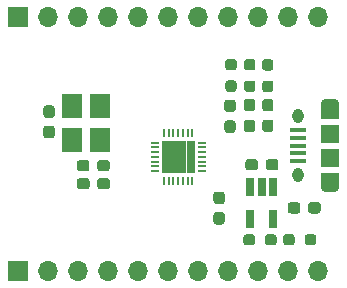
<source format=gbr>
%TF.GenerationSoftware,KiCad,Pcbnew,5.1.7-a382d34a8~87~ubuntu20.04.1*%
%TF.CreationDate,2020-11-25T21:12:42+01:00*%
%TF.ProjectId,gd32f150,67643332-6631-4353-902e-6b696361645f,rev?*%
%TF.SameCoordinates,Original*%
%TF.FileFunction,Soldermask,Top*%
%TF.FilePolarity,Negative*%
%FSLAX46Y46*%
G04 Gerber Fmt 4.6, Leading zero omitted, Abs format (unit mm)*
G04 Created by KiCad (PCBNEW 5.1.7-a382d34a8~87~ubuntu20.04.1) date 2020-11-25 21:12:42*
%MOMM*%
%LPD*%
G01*
G04 APERTURE LIST*
%ADD10O,1.700000X1.700000*%
%ADD11R,1.700000X1.700000*%
%ADD12R,0.650000X1.560000*%
%ADD13R,0.700000X0.700000*%
%ADD14R,0.200000X0.800000*%
%ADD15R,0.800000X0.200000*%
%ADD16O,1.550000X0.890000*%
%ADD17R,1.550000X1.200000*%
%ADD18R,1.550000X1.500000*%
%ADD19O,0.950000X1.250000*%
%ADD20R,1.350000X0.400000*%
%ADD21R,1.800000X2.100000*%
G04 APERTURE END LIST*
D10*
%TO.C,J4*%
X168725000Y-84350000D03*
X166185000Y-84350000D03*
X163645000Y-84350000D03*
X161105000Y-84350000D03*
X158565000Y-84350000D03*
X156025000Y-84350000D03*
X153485000Y-84350000D03*
X150945000Y-84350000D03*
X148405000Y-84350000D03*
X145865000Y-84350000D03*
D11*
X143325000Y-84350000D03*
%TD*%
D10*
%TO.C,J3*%
X168725000Y-105900000D03*
X166185000Y-105900000D03*
X163645000Y-105900000D03*
X161105000Y-105900000D03*
X158565000Y-105900000D03*
X156025000Y-105900000D03*
X153485000Y-105900000D03*
X150945000Y-105900000D03*
X148405000Y-105900000D03*
X145865000Y-105900000D03*
D11*
X143325000Y-105900000D03*
%TD*%
%TO.C,R5*%
G36*
G01*
X163362500Y-103012500D02*
X163362500Y-103487500D01*
G75*
G02*
X163125000Y-103725000I-237500J0D01*
G01*
X162625000Y-103725000D01*
G75*
G02*
X162387500Y-103487500I0J237500D01*
G01*
X162387500Y-103012500D01*
G75*
G02*
X162625000Y-102775000I237500J0D01*
G01*
X163125000Y-102775000D01*
G75*
G02*
X163362500Y-103012500I0J-237500D01*
G01*
G37*
G36*
G01*
X165187500Y-103012500D02*
X165187500Y-103487500D01*
G75*
G02*
X164950000Y-103725000I-237500J0D01*
G01*
X164450000Y-103725000D01*
G75*
G02*
X164212500Y-103487500I0J237500D01*
G01*
X164212500Y-103012500D01*
G75*
G02*
X164450000Y-102775000I237500J0D01*
G01*
X164950000Y-102775000D01*
G75*
G02*
X165187500Y-103012500I0J-237500D01*
G01*
G37*
%TD*%
%TO.C,R4*%
G36*
G01*
X167575000Y-103487500D02*
X167575000Y-103012500D01*
G75*
G02*
X167812500Y-102775000I237500J0D01*
G01*
X168312500Y-102775000D01*
G75*
G02*
X168550000Y-103012500I0J-237500D01*
G01*
X168550000Y-103487500D01*
G75*
G02*
X168312500Y-103725000I-237500J0D01*
G01*
X167812500Y-103725000D01*
G75*
G02*
X167575000Y-103487500I0J237500D01*
G01*
G37*
G36*
G01*
X165750000Y-103487500D02*
X165750000Y-103012500D01*
G75*
G02*
X165987500Y-102775000I237500J0D01*
G01*
X166487500Y-102775000D01*
G75*
G02*
X166725000Y-103012500I0J-237500D01*
G01*
X166725000Y-103487500D01*
G75*
G02*
X166487500Y-103725000I-237500J0D01*
G01*
X165987500Y-103725000D01*
G75*
G02*
X165750000Y-103487500I0J237500D01*
G01*
G37*
%TD*%
D12*
%TO.C,U2*%
X164876520Y-101451080D03*
X162976520Y-101451080D03*
X162976520Y-98751080D03*
X163926520Y-98751080D03*
X164876520Y-98751080D03*
%TD*%
%TO.C,C6*%
G36*
G01*
X167861960Y-100787500D02*
X167861960Y-100312500D01*
G75*
G02*
X168099460Y-100075000I237500J0D01*
G01*
X168699460Y-100075000D01*
G75*
G02*
X168936960Y-100312500I0J-237500D01*
G01*
X168936960Y-100787500D01*
G75*
G02*
X168699460Y-101025000I-237500J0D01*
G01*
X168099460Y-101025000D01*
G75*
G02*
X167861960Y-100787500I0J237500D01*
G01*
G37*
G36*
G01*
X166136960Y-100787500D02*
X166136960Y-100312500D01*
G75*
G02*
X166374460Y-100075000I237500J0D01*
G01*
X166974460Y-100075000D01*
G75*
G02*
X167211960Y-100312500I0J-237500D01*
G01*
X167211960Y-100787500D01*
G75*
G02*
X166974460Y-101025000I-237500J0D01*
G01*
X166374460Y-101025000D01*
G75*
G02*
X166136960Y-100787500I0J237500D01*
G01*
G37*
%TD*%
%TO.C,C5*%
G36*
G01*
X163622940Y-96658100D02*
X163622940Y-97133100D01*
G75*
G02*
X163385440Y-97370600I-237500J0D01*
G01*
X162785440Y-97370600D01*
G75*
G02*
X162547940Y-97133100I0J237500D01*
G01*
X162547940Y-96658100D01*
G75*
G02*
X162785440Y-96420600I237500J0D01*
G01*
X163385440Y-96420600D01*
G75*
G02*
X163622940Y-96658100I0J-237500D01*
G01*
G37*
G36*
G01*
X165347940Y-96658100D02*
X165347940Y-97133100D01*
G75*
G02*
X165110440Y-97370600I-237500J0D01*
G01*
X164510440Y-97370600D01*
G75*
G02*
X164272940Y-97133100I0J237500D01*
G01*
X164272940Y-96658100D01*
G75*
G02*
X164510440Y-96420600I237500J0D01*
G01*
X165110440Y-96420600D01*
G75*
G02*
X165347940Y-96658100I0J-237500D01*
G01*
G37*
%TD*%
%TO.C,R3*%
G36*
G01*
X163157680Y-88916640D02*
X162682680Y-88916640D01*
G75*
G02*
X162445180Y-88679140I0J237500D01*
G01*
X162445180Y-88179140D01*
G75*
G02*
X162682680Y-87941640I237500J0D01*
G01*
X163157680Y-87941640D01*
G75*
G02*
X163395180Y-88179140I0J-237500D01*
G01*
X163395180Y-88679140D01*
G75*
G02*
X163157680Y-88916640I-237500J0D01*
G01*
G37*
G36*
G01*
X163157680Y-90741640D02*
X162682680Y-90741640D01*
G75*
G02*
X162445180Y-90504140I0J237500D01*
G01*
X162445180Y-90004140D01*
G75*
G02*
X162682680Y-89766640I237500J0D01*
G01*
X163157680Y-89766640D01*
G75*
G02*
X163395180Y-90004140I0J-237500D01*
G01*
X163395180Y-90504140D01*
G75*
G02*
X163157680Y-90741640I-237500J0D01*
G01*
G37*
%TD*%
%TO.C,R2*%
G36*
G01*
X164689300Y-88931880D02*
X164214300Y-88931880D01*
G75*
G02*
X163976800Y-88694380I0J237500D01*
G01*
X163976800Y-88194380D01*
G75*
G02*
X164214300Y-87956880I237500J0D01*
G01*
X164689300Y-87956880D01*
G75*
G02*
X164926800Y-88194380I0J-237500D01*
G01*
X164926800Y-88694380D01*
G75*
G02*
X164689300Y-88931880I-237500J0D01*
G01*
G37*
G36*
G01*
X164689300Y-90756880D02*
X164214300Y-90756880D01*
G75*
G02*
X163976800Y-90519380I0J237500D01*
G01*
X163976800Y-90019380D01*
G75*
G02*
X164214300Y-89781880I237500J0D01*
G01*
X164689300Y-89781880D01*
G75*
G02*
X164926800Y-90019380I0J-237500D01*
G01*
X164926800Y-90519380D01*
G75*
G02*
X164689300Y-90756880I-237500J0D01*
G01*
G37*
%TD*%
%TO.C,R1*%
G36*
G01*
X161572720Y-88902680D02*
X161097720Y-88902680D01*
G75*
G02*
X160860220Y-88665180I0J237500D01*
G01*
X160860220Y-88165180D01*
G75*
G02*
X161097720Y-87927680I237500J0D01*
G01*
X161572720Y-87927680D01*
G75*
G02*
X161810220Y-88165180I0J-237500D01*
G01*
X161810220Y-88665180D01*
G75*
G02*
X161572720Y-88902680I-237500J0D01*
G01*
G37*
G36*
G01*
X161572720Y-90727680D02*
X161097720Y-90727680D01*
G75*
G02*
X160860220Y-90490180I0J237500D01*
G01*
X160860220Y-89990180D01*
G75*
G02*
X161097720Y-89752680I237500J0D01*
G01*
X161572720Y-89752680D01*
G75*
G02*
X161810220Y-89990180I0J-237500D01*
G01*
X161810220Y-90490180D01*
G75*
G02*
X161572720Y-90727680I-237500J0D01*
G01*
G37*
%TD*%
%TO.C,USR2*%
G36*
G01*
X162662500Y-93075000D02*
X163137500Y-93075000D01*
G75*
G02*
X163375000Y-93312500I0J-237500D01*
G01*
X163375000Y-93887500D01*
G75*
G02*
X163137500Y-94125000I-237500J0D01*
G01*
X162662500Y-94125000D01*
G75*
G02*
X162425000Y-93887500I0J237500D01*
G01*
X162425000Y-93312500D01*
G75*
G02*
X162662500Y-93075000I237500J0D01*
G01*
G37*
G36*
G01*
X162662500Y-91325000D02*
X163137500Y-91325000D01*
G75*
G02*
X163375000Y-91562500I0J-237500D01*
G01*
X163375000Y-92137500D01*
G75*
G02*
X163137500Y-92375000I-237500J0D01*
G01*
X162662500Y-92375000D01*
G75*
G02*
X162425000Y-92137500I0J237500D01*
G01*
X162425000Y-91562500D01*
G75*
G02*
X162662500Y-91325000I237500J0D01*
G01*
G37*
%TD*%
%TO.C,USR1*%
G36*
G01*
X164212500Y-93075000D02*
X164687500Y-93075000D01*
G75*
G02*
X164925000Y-93312500I0J-237500D01*
G01*
X164925000Y-93887500D01*
G75*
G02*
X164687500Y-94125000I-237500J0D01*
G01*
X164212500Y-94125000D01*
G75*
G02*
X163975000Y-93887500I0J237500D01*
G01*
X163975000Y-93312500D01*
G75*
G02*
X164212500Y-93075000I237500J0D01*
G01*
G37*
G36*
G01*
X164212500Y-91325000D02*
X164687500Y-91325000D01*
G75*
G02*
X164925000Y-91562500I0J-237500D01*
G01*
X164925000Y-92137500D01*
G75*
G02*
X164687500Y-92375000I-237500J0D01*
G01*
X164212500Y-92375000D01*
G75*
G02*
X163975000Y-92137500I0J237500D01*
G01*
X163975000Y-91562500D01*
G75*
G02*
X164212500Y-91325000I237500J0D01*
G01*
G37*
%TD*%
%TO.C,PWR1*%
G36*
G01*
X161013040Y-93143380D02*
X161488040Y-93143380D01*
G75*
G02*
X161725540Y-93380880I0J-237500D01*
G01*
X161725540Y-93955880D01*
G75*
G02*
X161488040Y-94193380I-237500J0D01*
G01*
X161013040Y-94193380D01*
G75*
G02*
X160775540Y-93955880I0J237500D01*
G01*
X160775540Y-93380880D01*
G75*
G02*
X161013040Y-93143380I237500J0D01*
G01*
G37*
G36*
G01*
X161013040Y-91393380D02*
X161488040Y-91393380D01*
G75*
G02*
X161725540Y-91630880I0J-237500D01*
G01*
X161725540Y-92205880D01*
G75*
G02*
X161488040Y-92443380I-237500J0D01*
G01*
X161013040Y-92443380D01*
G75*
G02*
X160775540Y-92205880I0J237500D01*
G01*
X160775540Y-91630880D01*
G75*
G02*
X161013040Y-91393380I237500J0D01*
G01*
G37*
%TD*%
D13*
%TO.C,U1*%
X157912300Y-97283920D03*
X157912300Y-96583920D03*
X157912300Y-95883920D03*
X157912300Y-95183920D03*
X157212300Y-97283920D03*
X157212300Y-96583920D03*
X157212300Y-95883920D03*
X157212300Y-95183920D03*
X156512300Y-97283920D03*
X156512300Y-96583920D03*
X156512300Y-95883920D03*
X156512300Y-95183920D03*
X155812300Y-97283920D03*
X155812300Y-96583920D03*
X155812300Y-95883920D03*
X155812300Y-95183920D03*
D14*
X155662300Y-94233920D03*
X156062300Y-94233920D03*
X156462300Y-94233920D03*
X156862300Y-94233920D03*
X157262300Y-94233920D03*
X157662300Y-94233920D03*
X158062300Y-94233920D03*
D15*
X158862300Y-95033920D03*
X158862300Y-95433920D03*
X158862300Y-95833920D03*
X158862300Y-96233920D03*
X158862300Y-96633920D03*
X158862300Y-97033920D03*
X158862300Y-97433920D03*
D14*
X158062300Y-98233920D03*
X157662300Y-98233920D03*
X157262300Y-98233920D03*
X156862300Y-98233920D03*
X156462300Y-98233920D03*
X156062300Y-98233920D03*
X155662300Y-98233920D03*
D15*
X154862300Y-97433920D03*
X154862300Y-97033920D03*
X154862300Y-96633920D03*
X154862300Y-96233920D03*
X154862300Y-95833920D03*
X154862300Y-95433920D03*
X154862300Y-95033920D03*
%TD*%
D16*
%TO.C,J1*%
X169727400Y-91790320D03*
X169727400Y-98790320D03*
D17*
X169727400Y-92390320D03*
X169727400Y-98190320D03*
D18*
X169727400Y-94290320D03*
X169727400Y-96290320D03*
D19*
X167027400Y-92790320D03*
X167027400Y-97790320D03*
D20*
X167027400Y-93990320D03*
X167027400Y-94640320D03*
X167027400Y-95290320D03*
X167027400Y-95940320D03*
X167027400Y-96590320D03*
%TD*%
D21*
%TO.C,Y1*%
X150200080Y-91924540D03*
X150200080Y-94824540D03*
X147900080Y-94824540D03*
X147900080Y-91924540D03*
%TD*%
%TO.C,C4*%
G36*
G01*
X149360840Y-98260840D02*
X149360840Y-98735840D01*
G75*
G02*
X149123340Y-98973340I-237500J0D01*
G01*
X148523340Y-98973340D01*
G75*
G02*
X148285840Y-98735840I0J237500D01*
G01*
X148285840Y-98260840D01*
G75*
G02*
X148523340Y-98023340I237500J0D01*
G01*
X149123340Y-98023340D01*
G75*
G02*
X149360840Y-98260840I0J-237500D01*
G01*
G37*
G36*
G01*
X151085840Y-98260840D02*
X151085840Y-98735840D01*
G75*
G02*
X150848340Y-98973340I-237500J0D01*
G01*
X150248340Y-98973340D01*
G75*
G02*
X150010840Y-98735840I0J237500D01*
G01*
X150010840Y-98260840D01*
G75*
G02*
X150248340Y-98023340I237500J0D01*
G01*
X150848340Y-98023340D01*
G75*
G02*
X151085840Y-98260840I0J-237500D01*
G01*
G37*
%TD*%
%TO.C,C3*%
G36*
G01*
X160087500Y-100887500D02*
X160562500Y-100887500D01*
G75*
G02*
X160800000Y-101125000I0J-237500D01*
G01*
X160800000Y-101725000D01*
G75*
G02*
X160562500Y-101962500I-237500J0D01*
G01*
X160087500Y-101962500D01*
G75*
G02*
X159850000Y-101725000I0J237500D01*
G01*
X159850000Y-101125000D01*
G75*
G02*
X160087500Y-100887500I237500J0D01*
G01*
G37*
G36*
G01*
X160087500Y-99162500D02*
X160562500Y-99162500D01*
G75*
G02*
X160800000Y-99400000I0J-237500D01*
G01*
X160800000Y-100000000D01*
G75*
G02*
X160562500Y-100237500I-237500J0D01*
G01*
X160087500Y-100237500D01*
G75*
G02*
X159850000Y-100000000I0J237500D01*
G01*
X159850000Y-99400000D01*
G75*
G02*
X160087500Y-99162500I237500J0D01*
G01*
G37*
%TD*%
%TO.C,C2*%
G36*
G01*
X150000680Y-97211840D02*
X150000680Y-96736840D01*
G75*
G02*
X150238180Y-96499340I237500J0D01*
G01*
X150838180Y-96499340D01*
G75*
G02*
X151075680Y-96736840I0J-237500D01*
G01*
X151075680Y-97211840D01*
G75*
G02*
X150838180Y-97449340I-237500J0D01*
G01*
X150238180Y-97449340D01*
G75*
G02*
X150000680Y-97211840I0J237500D01*
G01*
G37*
G36*
G01*
X148275680Y-97211840D02*
X148275680Y-96736840D01*
G75*
G02*
X148513180Y-96499340I237500J0D01*
G01*
X149113180Y-96499340D01*
G75*
G02*
X149350680Y-96736840I0J-237500D01*
G01*
X149350680Y-97211840D01*
G75*
G02*
X149113180Y-97449340I-237500J0D01*
G01*
X148513180Y-97449340D01*
G75*
G02*
X148275680Y-97211840I0J237500D01*
G01*
G37*
%TD*%
%TO.C,C1*%
G36*
G01*
X146165580Y-92936960D02*
X145690580Y-92936960D01*
G75*
G02*
X145453080Y-92699460I0J237500D01*
G01*
X145453080Y-92099460D01*
G75*
G02*
X145690580Y-91861960I237500J0D01*
G01*
X146165580Y-91861960D01*
G75*
G02*
X146403080Y-92099460I0J-237500D01*
G01*
X146403080Y-92699460D01*
G75*
G02*
X146165580Y-92936960I-237500J0D01*
G01*
G37*
G36*
G01*
X146165580Y-94661960D02*
X145690580Y-94661960D01*
G75*
G02*
X145453080Y-94424460I0J237500D01*
G01*
X145453080Y-93824460D01*
G75*
G02*
X145690580Y-93586960I237500J0D01*
G01*
X146165580Y-93586960D01*
G75*
G02*
X146403080Y-93824460I0J-237500D01*
G01*
X146403080Y-94424460D01*
G75*
G02*
X146165580Y-94661960I-237500J0D01*
G01*
G37*
%TD*%
M02*

</source>
